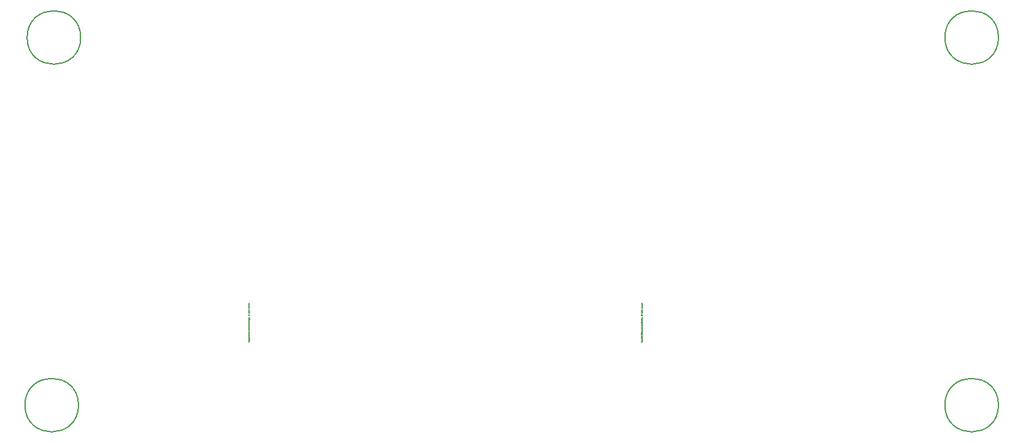
<source format=gbr>
G04 #@! TF.GenerationSoftware,KiCad,Pcbnew,(6.0.5)*
G04 #@! TF.CreationDate,2022-05-29T20:59:08-04:00*
G04 #@! TF.ProjectId,PB_16,50425f31-362e-46b6-9963-61645f706362,v1.0h*
G04 #@! TF.SameCoordinates,Original*
G04 #@! TF.FileFunction,Other,Comment*
%FSLAX46Y46*%
G04 Gerber Fmt 4.6, Leading zero omitted, Abs format (unit mm)*
G04 Created by KiCad (PCBNEW (6.0.5)) date 2022-05-29 20:59:08*
%MOMM*%
%LPD*%
G01*
G04 APERTURE LIST*
%ADD10C,0.002000*%
%ADD11C,0.150000*%
G04 APERTURE END LIST*
D10*
X162607957Y-108334433D02*
X162614004Y-108340480D01*
X162620052Y-108358623D01*
X162620052Y-108370719D01*
X162614004Y-108388861D01*
X162601909Y-108400957D01*
X162589814Y-108407004D01*
X162565623Y-108413052D01*
X162547480Y-108413052D01*
X162523290Y-108407004D01*
X162511195Y-108400957D01*
X162499100Y-108388861D01*
X162493052Y-108370719D01*
X162493052Y-108358623D01*
X162499100Y-108340480D01*
X162505147Y-108334433D01*
X162620052Y-108261861D02*
X162614004Y-108273957D01*
X162607957Y-108280004D01*
X162595861Y-108286052D01*
X162559576Y-108286052D01*
X162547480Y-108280004D01*
X162541433Y-108273957D01*
X162535385Y-108261861D01*
X162535385Y-108243719D01*
X162541433Y-108231623D01*
X162547480Y-108225576D01*
X162559576Y-108219528D01*
X162595861Y-108219528D01*
X162607957Y-108225576D01*
X162614004Y-108231623D01*
X162620052Y-108243719D01*
X162620052Y-108261861D01*
X162535385Y-108165100D02*
X162662385Y-108165100D01*
X162541433Y-108165100D02*
X162535385Y-108153004D01*
X162535385Y-108128814D01*
X162541433Y-108116719D01*
X162547480Y-108110671D01*
X162559576Y-108104623D01*
X162595861Y-108104623D01*
X162607957Y-108110671D01*
X162614004Y-108116719D01*
X162620052Y-108128814D01*
X162620052Y-108153004D01*
X162614004Y-108165100D01*
X162535385Y-108062290D02*
X162620052Y-108032052D01*
X162535385Y-108001814D02*
X162620052Y-108032052D01*
X162650290Y-108044147D01*
X162656338Y-108050195D01*
X162662385Y-108062290D01*
X162620052Y-107953433D02*
X162535385Y-107953433D01*
X162559576Y-107953433D02*
X162547480Y-107947385D01*
X162541433Y-107941338D01*
X162535385Y-107929242D01*
X162535385Y-107917147D01*
X162620052Y-107874814D02*
X162535385Y-107874814D01*
X162493052Y-107874814D02*
X162499100Y-107880861D01*
X162505147Y-107874814D01*
X162499100Y-107868766D01*
X162493052Y-107874814D01*
X162505147Y-107874814D01*
X162535385Y-107759909D02*
X162638195Y-107759909D01*
X162650290Y-107765957D01*
X162656338Y-107772004D01*
X162662385Y-107784100D01*
X162662385Y-107802242D01*
X162656338Y-107814338D01*
X162614004Y-107759909D02*
X162620052Y-107772004D01*
X162620052Y-107796195D01*
X162614004Y-107808290D01*
X162607957Y-107814338D01*
X162595861Y-107820385D01*
X162559576Y-107820385D01*
X162547480Y-107814338D01*
X162541433Y-107808290D01*
X162535385Y-107796195D01*
X162535385Y-107772004D01*
X162541433Y-107759909D01*
X162620052Y-107699433D02*
X162493052Y-107699433D01*
X162620052Y-107645004D02*
X162553528Y-107645004D01*
X162541433Y-107651052D01*
X162535385Y-107663147D01*
X162535385Y-107681290D01*
X162541433Y-107693385D01*
X162547480Y-107699433D01*
X162535385Y-107602671D02*
X162535385Y-107554290D01*
X162493052Y-107584528D02*
X162601909Y-107584528D01*
X162614004Y-107578480D01*
X162620052Y-107566385D01*
X162620052Y-107554290D01*
X162505147Y-107421242D02*
X162499100Y-107415195D01*
X162493052Y-107403100D01*
X162493052Y-107372861D01*
X162499100Y-107360766D01*
X162505147Y-107354719D01*
X162517242Y-107348671D01*
X162529338Y-107348671D01*
X162547480Y-107354719D01*
X162620052Y-107427290D01*
X162620052Y-107348671D01*
X162493052Y-107270052D02*
X162493052Y-107257957D01*
X162499100Y-107245861D01*
X162505147Y-107239814D01*
X162517242Y-107233766D01*
X162541433Y-107227719D01*
X162571671Y-107227719D01*
X162595861Y-107233766D01*
X162607957Y-107239814D01*
X162614004Y-107245861D01*
X162620052Y-107257957D01*
X162620052Y-107270052D01*
X162614004Y-107282147D01*
X162607957Y-107288195D01*
X162595861Y-107294242D01*
X162571671Y-107300290D01*
X162541433Y-107300290D01*
X162517242Y-107294242D01*
X162505147Y-107288195D01*
X162499100Y-107282147D01*
X162493052Y-107270052D01*
X162620052Y-107106766D02*
X162620052Y-107179338D01*
X162620052Y-107143052D02*
X162493052Y-107143052D01*
X162511195Y-107155147D01*
X162523290Y-107167242D01*
X162529338Y-107179338D01*
X162493052Y-106997909D02*
X162493052Y-107022100D01*
X162499100Y-107034195D01*
X162505147Y-107040242D01*
X162523290Y-107052338D01*
X162547480Y-107058385D01*
X162595861Y-107058385D01*
X162607957Y-107052338D01*
X162614004Y-107046290D01*
X162620052Y-107034195D01*
X162620052Y-107010004D01*
X162614004Y-106997909D01*
X162607957Y-106991861D01*
X162595861Y-106985814D01*
X162565623Y-106985814D01*
X162553528Y-106991861D01*
X162547480Y-106997909D01*
X162541433Y-107010004D01*
X162541433Y-107034195D01*
X162547480Y-107046290D01*
X162553528Y-107052338D01*
X162565623Y-107058385D01*
X162583766Y-106840671D02*
X162583766Y-106780195D01*
X162620052Y-106852766D02*
X162493052Y-106810433D01*
X162620052Y-106768100D01*
X162614004Y-106671338D02*
X162620052Y-106683433D01*
X162620052Y-106707623D01*
X162614004Y-106719719D01*
X162607957Y-106725766D01*
X162595861Y-106731814D01*
X162559576Y-106731814D01*
X162547480Y-106725766D01*
X162541433Y-106719719D01*
X162535385Y-106707623D01*
X162535385Y-106683433D01*
X162541433Y-106671338D01*
X162614004Y-106562480D02*
X162620052Y-106574576D01*
X162620052Y-106598766D01*
X162614004Y-106610861D01*
X162607957Y-106616909D01*
X162595861Y-106622957D01*
X162559576Y-106622957D01*
X162547480Y-106616909D01*
X162541433Y-106610861D01*
X162535385Y-106598766D01*
X162535385Y-106574576D01*
X162541433Y-106562480D01*
X162614004Y-106459671D02*
X162620052Y-106471766D01*
X162620052Y-106495957D01*
X162614004Y-106508052D01*
X162601909Y-106514100D01*
X162553528Y-106514100D01*
X162541433Y-106508052D01*
X162535385Y-106495957D01*
X162535385Y-106471766D01*
X162541433Y-106459671D01*
X162553528Y-106453623D01*
X162565623Y-106453623D01*
X162577719Y-106514100D01*
X162620052Y-106381052D02*
X162614004Y-106393147D01*
X162601909Y-106399195D01*
X162493052Y-106399195D01*
X162614004Y-106284290D02*
X162620052Y-106296385D01*
X162620052Y-106320576D01*
X162614004Y-106332671D01*
X162601909Y-106338719D01*
X162553528Y-106338719D01*
X162541433Y-106332671D01*
X162535385Y-106320576D01*
X162535385Y-106296385D01*
X162541433Y-106284290D01*
X162553528Y-106278242D01*
X162565623Y-106278242D01*
X162577719Y-106338719D01*
X162620052Y-106223814D02*
X162535385Y-106223814D01*
X162559576Y-106223814D02*
X162547480Y-106217766D01*
X162541433Y-106211719D01*
X162535385Y-106199623D01*
X162535385Y-106187528D01*
X162620052Y-106090766D02*
X162553528Y-106090766D01*
X162541433Y-106096814D01*
X162535385Y-106108909D01*
X162535385Y-106133100D01*
X162541433Y-106145195D01*
X162614004Y-106090766D02*
X162620052Y-106102861D01*
X162620052Y-106133100D01*
X162614004Y-106145195D01*
X162601909Y-106151242D01*
X162589814Y-106151242D01*
X162577719Y-106145195D01*
X162571671Y-106133100D01*
X162571671Y-106102861D01*
X162565623Y-106090766D01*
X162535385Y-106048433D02*
X162535385Y-106000052D01*
X162493052Y-106030290D02*
X162601909Y-106030290D01*
X162614004Y-106024242D01*
X162620052Y-106012147D01*
X162620052Y-106000052D01*
X162614004Y-105909338D02*
X162620052Y-105921433D01*
X162620052Y-105945623D01*
X162614004Y-105957719D01*
X162601909Y-105963766D01*
X162553528Y-105963766D01*
X162541433Y-105957719D01*
X162535385Y-105945623D01*
X162535385Y-105921433D01*
X162541433Y-105909338D01*
X162553528Y-105903290D01*
X162565623Y-105903290D01*
X162577719Y-105963766D01*
X162620052Y-105794433D02*
X162493052Y-105794433D01*
X162614004Y-105794433D02*
X162620052Y-105806528D01*
X162620052Y-105830719D01*
X162614004Y-105842814D01*
X162607957Y-105848861D01*
X162595861Y-105854909D01*
X162559576Y-105854909D01*
X162547480Y-105848861D01*
X162541433Y-105842814D01*
X162535385Y-105830719D01*
X162535385Y-105806528D01*
X162541433Y-105794433D01*
X162620052Y-105637195D02*
X162493052Y-105637195D01*
X162493052Y-105606957D01*
X162499100Y-105588814D01*
X162511195Y-105576719D01*
X162523290Y-105570671D01*
X162547480Y-105564623D01*
X162565623Y-105564623D01*
X162589814Y-105570671D01*
X162601909Y-105576719D01*
X162614004Y-105588814D01*
X162620052Y-105606957D01*
X162620052Y-105637195D01*
X162614004Y-105461814D02*
X162620052Y-105473909D01*
X162620052Y-105498100D01*
X162614004Y-105510195D01*
X162601909Y-105516242D01*
X162553528Y-105516242D01*
X162541433Y-105510195D01*
X162535385Y-105498100D01*
X162535385Y-105473909D01*
X162541433Y-105461814D01*
X162553528Y-105455766D01*
X162565623Y-105455766D01*
X162577719Y-105516242D01*
X162614004Y-105407385D02*
X162620052Y-105395290D01*
X162620052Y-105371100D01*
X162614004Y-105359004D01*
X162601909Y-105352957D01*
X162595861Y-105352957D01*
X162583766Y-105359004D01*
X162577719Y-105371100D01*
X162577719Y-105389242D01*
X162571671Y-105401338D01*
X162559576Y-105407385D01*
X162553528Y-105407385D01*
X162541433Y-105401338D01*
X162535385Y-105389242D01*
X162535385Y-105371100D01*
X162541433Y-105359004D01*
X162620052Y-105298528D02*
X162535385Y-105298528D01*
X162493052Y-105298528D02*
X162499100Y-105304576D01*
X162505147Y-105298528D01*
X162499100Y-105292480D01*
X162493052Y-105298528D01*
X162505147Y-105298528D01*
X162535385Y-105183623D02*
X162638195Y-105183623D01*
X162650290Y-105189671D01*
X162656338Y-105195719D01*
X162662385Y-105207814D01*
X162662385Y-105225957D01*
X162656338Y-105238052D01*
X162614004Y-105183623D02*
X162620052Y-105195719D01*
X162620052Y-105219909D01*
X162614004Y-105232004D01*
X162607957Y-105238052D01*
X162595861Y-105244100D01*
X162559576Y-105244100D01*
X162547480Y-105238052D01*
X162541433Y-105232004D01*
X162535385Y-105219909D01*
X162535385Y-105195719D01*
X162541433Y-105183623D01*
X162535385Y-105123147D02*
X162620052Y-105123147D01*
X162547480Y-105123147D02*
X162541433Y-105117100D01*
X162535385Y-105105004D01*
X162535385Y-105086861D01*
X162541433Y-105074766D01*
X162553528Y-105068719D01*
X162620052Y-105068719D01*
X162614004Y-105014290D02*
X162620052Y-105002195D01*
X162620052Y-104978004D01*
X162614004Y-104965909D01*
X162601909Y-104959861D01*
X162595861Y-104959861D01*
X162583766Y-104965909D01*
X162577719Y-104978004D01*
X162577719Y-104996147D01*
X162571671Y-105008242D01*
X162559576Y-105014290D01*
X162553528Y-105014290D01*
X162541433Y-105008242D01*
X162535385Y-104996147D01*
X162535385Y-104978004D01*
X162541433Y-104965909D01*
X162607957Y-104905433D02*
X162614004Y-104899385D01*
X162620052Y-104905433D01*
X162614004Y-104911480D01*
X162607957Y-104905433D01*
X162620052Y-104905433D01*
X162583766Y-104754242D02*
X162583766Y-104693766D01*
X162620052Y-104766338D02*
X162493052Y-104724004D01*
X162620052Y-104681671D01*
X162620052Y-104621195D02*
X162614004Y-104633290D01*
X162601909Y-104639338D01*
X162493052Y-104639338D01*
X162620052Y-104554671D02*
X162614004Y-104566766D01*
X162601909Y-104572814D01*
X162493052Y-104572814D01*
X162620052Y-104409528D02*
X162535385Y-104409528D01*
X162559576Y-104409528D02*
X162547480Y-104403480D01*
X162541433Y-104397433D01*
X162535385Y-104385338D01*
X162535385Y-104373242D01*
X162620052Y-104330909D02*
X162535385Y-104330909D01*
X162493052Y-104330909D02*
X162499100Y-104336957D01*
X162505147Y-104330909D01*
X162499100Y-104324861D01*
X162493052Y-104330909D01*
X162505147Y-104330909D01*
X162535385Y-104216004D02*
X162638195Y-104216004D01*
X162650290Y-104222052D01*
X162656338Y-104228100D01*
X162662385Y-104240195D01*
X162662385Y-104258338D01*
X162656338Y-104270433D01*
X162614004Y-104216004D02*
X162620052Y-104228100D01*
X162620052Y-104252290D01*
X162614004Y-104264385D01*
X162607957Y-104270433D01*
X162595861Y-104276480D01*
X162559576Y-104276480D01*
X162547480Y-104270433D01*
X162541433Y-104264385D01*
X162535385Y-104252290D01*
X162535385Y-104228100D01*
X162541433Y-104216004D01*
X162620052Y-104155528D02*
X162493052Y-104155528D01*
X162620052Y-104101100D02*
X162553528Y-104101100D01*
X162541433Y-104107147D01*
X162535385Y-104119242D01*
X162535385Y-104137385D01*
X162541433Y-104149480D01*
X162547480Y-104155528D01*
X162535385Y-104058766D02*
X162535385Y-104010385D01*
X162493052Y-104040623D02*
X162601909Y-104040623D01*
X162614004Y-104034576D01*
X162620052Y-104022480D01*
X162620052Y-104010385D01*
X162614004Y-103974100D02*
X162620052Y-103962004D01*
X162620052Y-103937814D01*
X162614004Y-103925719D01*
X162601909Y-103919671D01*
X162595861Y-103919671D01*
X162583766Y-103925719D01*
X162577719Y-103937814D01*
X162577719Y-103955957D01*
X162571671Y-103968052D01*
X162559576Y-103974100D01*
X162553528Y-103974100D01*
X162541433Y-103968052D01*
X162535385Y-103955957D01*
X162535385Y-103937814D01*
X162541433Y-103925719D01*
X162620052Y-103768480D02*
X162535385Y-103768480D01*
X162559576Y-103768480D02*
X162547480Y-103762433D01*
X162541433Y-103756385D01*
X162535385Y-103744290D01*
X162535385Y-103732195D01*
X162614004Y-103641480D02*
X162620052Y-103653576D01*
X162620052Y-103677766D01*
X162614004Y-103689861D01*
X162601909Y-103695909D01*
X162553528Y-103695909D01*
X162541433Y-103689861D01*
X162535385Y-103677766D01*
X162535385Y-103653576D01*
X162541433Y-103641480D01*
X162553528Y-103635433D01*
X162565623Y-103635433D01*
X162577719Y-103695909D01*
X162614004Y-103587052D02*
X162620052Y-103574957D01*
X162620052Y-103550766D01*
X162614004Y-103538671D01*
X162601909Y-103532623D01*
X162595861Y-103532623D01*
X162583766Y-103538671D01*
X162577719Y-103550766D01*
X162577719Y-103568909D01*
X162571671Y-103581004D01*
X162559576Y-103587052D01*
X162553528Y-103587052D01*
X162541433Y-103581004D01*
X162535385Y-103568909D01*
X162535385Y-103550766D01*
X162541433Y-103538671D01*
X162614004Y-103429814D02*
X162620052Y-103441909D01*
X162620052Y-103466100D01*
X162614004Y-103478195D01*
X162601909Y-103484242D01*
X162553528Y-103484242D01*
X162541433Y-103478195D01*
X162535385Y-103466100D01*
X162535385Y-103441909D01*
X162541433Y-103429814D01*
X162553528Y-103423766D01*
X162565623Y-103423766D01*
X162577719Y-103484242D01*
X162620052Y-103369338D02*
X162535385Y-103369338D01*
X162559576Y-103369338D02*
X162547480Y-103363290D01*
X162541433Y-103357242D01*
X162535385Y-103345147D01*
X162535385Y-103333052D01*
X162535385Y-103302814D02*
X162620052Y-103272576D01*
X162535385Y-103242338D01*
X162614004Y-103145576D02*
X162620052Y-103157671D01*
X162620052Y-103181861D01*
X162614004Y-103193957D01*
X162601909Y-103200004D01*
X162553528Y-103200004D01*
X162541433Y-103193957D01*
X162535385Y-103181861D01*
X162535385Y-103157671D01*
X162541433Y-103145576D01*
X162553528Y-103139528D01*
X162565623Y-103139528D01*
X162577719Y-103200004D01*
X162620052Y-103030671D02*
X162493052Y-103030671D01*
X162614004Y-103030671D02*
X162620052Y-103042766D01*
X162620052Y-103066957D01*
X162614004Y-103079052D01*
X162607957Y-103085100D01*
X162595861Y-103091147D01*
X162559576Y-103091147D01*
X162547480Y-103085100D01*
X162541433Y-103079052D01*
X162535385Y-103066957D01*
X162535385Y-103042766D01*
X162541433Y-103030671D01*
X162607957Y-102970195D02*
X162614004Y-102964147D01*
X162620052Y-102970195D01*
X162614004Y-102976242D01*
X162607957Y-102970195D01*
X162620052Y-102970195D01*
X108357957Y-108334433D02*
X108364004Y-108340480D01*
X108370052Y-108358623D01*
X108370052Y-108370719D01*
X108364004Y-108388861D01*
X108351909Y-108400957D01*
X108339814Y-108407004D01*
X108315623Y-108413052D01*
X108297480Y-108413052D01*
X108273290Y-108407004D01*
X108261195Y-108400957D01*
X108249100Y-108388861D01*
X108243052Y-108370719D01*
X108243052Y-108358623D01*
X108249100Y-108340480D01*
X108255147Y-108334433D01*
X108370052Y-108261861D02*
X108364004Y-108273957D01*
X108357957Y-108280004D01*
X108345861Y-108286052D01*
X108309576Y-108286052D01*
X108297480Y-108280004D01*
X108291433Y-108273957D01*
X108285385Y-108261861D01*
X108285385Y-108243719D01*
X108291433Y-108231623D01*
X108297480Y-108225576D01*
X108309576Y-108219528D01*
X108345861Y-108219528D01*
X108357957Y-108225576D01*
X108364004Y-108231623D01*
X108370052Y-108243719D01*
X108370052Y-108261861D01*
X108285385Y-108165100D02*
X108412385Y-108165100D01*
X108291433Y-108165100D02*
X108285385Y-108153004D01*
X108285385Y-108128814D01*
X108291433Y-108116719D01*
X108297480Y-108110671D01*
X108309576Y-108104623D01*
X108345861Y-108104623D01*
X108357957Y-108110671D01*
X108364004Y-108116719D01*
X108370052Y-108128814D01*
X108370052Y-108153004D01*
X108364004Y-108165100D01*
X108285385Y-108062290D02*
X108370052Y-108032052D01*
X108285385Y-108001814D02*
X108370052Y-108032052D01*
X108400290Y-108044147D01*
X108406338Y-108050195D01*
X108412385Y-108062290D01*
X108370052Y-107953433D02*
X108285385Y-107953433D01*
X108309576Y-107953433D02*
X108297480Y-107947385D01*
X108291433Y-107941338D01*
X108285385Y-107929242D01*
X108285385Y-107917147D01*
X108370052Y-107874814D02*
X108285385Y-107874814D01*
X108243052Y-107874814D02*
X108249100Y-107880861D01*
X108255147Y-107874814D01*
X108249100Y-107868766D01*
X108243052Y-107874814D01*
X108255147Y-107874814D01*
X108285385Y-107759909D02*
X108388195Y-107759909D01*
X108400290Y-107765957D01*
X108406338Y-107772004D01*
X108412385Y-107784100D01*
X108412385Y-107802242D01*
X108406338Y-107814338D01*
X108364004Y-107759909D02*
X108370052Y-107772004D01*
X108370052Y-107796195D01*
X108364004Y-107808290D01*
X108357957Y-107814338D01*
X108345861Y-107820385D01*
X108309576Y-107820385D01*
X108297480Y-107814338D01*
X108291433Y-107808290D01*
X108285385Y-107796195D01*
X108285385Y-107772004D01*
X108291433Y-107759909D01*
X108370052Y-107699433D02*
X108243052Y-107699433D01*
X108370052Y-107645004D02*
X108303528Y-107645004D01*
X108291433Y-107651052D01*
X108285385Y-107663147D01*
X108285385Y-107681290D01*
X108291433Y-107693385D01*
X108297480Y-107699433D01*
X108285385Y-107602671D02*
X108285385Y-107554290D01*
X108243052Y-107584528D02*
X108351909Y-107584528D01*
X108364004Y-107578480D01*
X108370052Y-107566385D01*
X108370052Y-107554290D01*
X108255147Y-107421242D02*
X108249100Y-107415195D01*
X108243052Y-107403100D01*
X108243052Y-107372861D01*
X108249100Y-107360766D01*
X108255147Y-107354719D01*
X108267242Y-107348671D01*
X108279338Y-107348671D01*
X108297480Y-107354719D01*
X108370052Y-107427290D01*
X108370052Y-107348671D01*
X108243052Y-107270052D02*
X108243052Y-107257957D01*
X108249100Y-107245861D01*
X108255147Y-107239814D01*
X108267242Y-107233766D01*
X108291433Y-107227719D01*
X108321671Y-107227719D01*
X108345861Y-107233766D01*
X108357957Y-107239814D01*
X108364004Y-107245861D01*
X108370052Y-107257957D01*
X108370052Y-107270052D01*
X108364004Y-107282147D01*
X108357957Y-107288195D01*
X108345861Y-107294242D01*
X108321671Y-107300290D01*
X108291433Y-107300290D01*
X108267242Y-107294242D01*
X108255147Y-107288195D01*
X108249100Y-107282147D01*
X108243052Y-107270052D01*
X108370052Y-107106766D02*
X108370052Y-107179338D01*
X108370052Y-107143052D02*
X108243052Y-107143052D01*
X108261195Y-107155147D01*
X108273290Y-107167242D01*
X108279338Y-107179338D01*
X108243052Y-106997909D02*
X108243052Y-107022100D01*
X108249100Y-107034195D01*
X108255147Y-107040242D01*
X108273290Y-107052338D01*
X108297480Y-107058385D01*
X108345861Y-107058385D01*
X108357957Y-107052338D01*
X108364004Y-107046290D01*
X108370052Y-107034195D01*
X108370052Y-107010004D01*
X108364004Y-106997909D01*
X108357957Y-106991861D01*
X108345861Y-106985814D01*
X108315623Y-106985814D01*
X108303528Y-106991861D01*
X108297480Y-106997909D01*
X108291433Y-107010004D01*
X108291433Y-107034195D01*
X108297480Y-107046290D01*
X108303528Y-107052338D01*
X108315623Y-107058385D01*
X108333766Y-106840671D02*
X108333766Y-106780195D01*
X108370052Y-106852766D02*
X108243052Y-106810433D01*
X108370052Y-106768100D01*
X108364004Y-106671338D02*
X108370052Y-106683433D01*
X108370052Y-106707623D01*
X108364004Y-106719719D01*
X108357957Y-106725766D01*
X108345861Y-106731814D01*
X108309576Y-106731814D01*
X108297480Y-106725766D01*
X108291433Y-106719719D01*
X108285385Y-106707623D01*
X108285385Y-106683433D01*
X108291433Y-106671338D01*
X108364004Y-106562480D02*
X108370052Y-106574576D01*
X108370052Y-106598766D01*
X108364004Y-106610861D01*
X108357957Y-106616909D01*
X108345861Y-106622957D01*
X108309576Y-106622957D01*
X108297480Y-106616909D01*
X108291433Y-106610861D01*
X108285385Y-106598766D01*
X108285385Y-106574576D01*
X108291433Y-106562480D01*
X108364004Y-106459671D02*
X108370052Y-106471766D01*
X108370052Y-106495957D01*
X108364004Y-106508052D01*
X108351909Y-106514100D01*
X108303528Y-106514100D01*
X108291433Y-106508052D01*
X108285385Y-106495957D01*
X108285385Y-106471766D01*
X108291433Y-106459671D01*
X108303528Y-106453623D01*
X108315623Y-106453623D01*
X108327719Y-106514100D01*
X108370052Y-106381052D02*
X108364004Y-106393147D01*
X108351909Y-106399195D01*
X108243052Y-106399195D01*
X108364004Y-106284290D02*
X108370052Y-106296385D01*
X108370052Y-106320576D01*
X108364004Y-106332671D01*
X108351909Y-106338719D01*
X108303528Y-106338719D01*
X108291433Y-106332671D01*
X108285385Y-106320576D01*
X108285385Y-106296385D01*
X108291433Y-106284290D01*
X108303528Y-106278242D01*
X108315623Y-106278242D01*
X108327719Y-106338719D01*
X108370052Y-106223814D02*
X108285385Y-106223814D01*
X108309576Y-106223814D02*
X108297480Y-106217766D01*
X108291433Y-106211719D01*
X108285385Y-106199623D01*
X108285385Y-106187528D01*
X108370052Y-106090766D02*
X108303528Y-106090766D01*
X108291433Y-106096814D01*
X108285385Y-106108909D01*
X108285385Y-106133100D01*
X108291433Y-106145195D01*
X108364004Y-106090766D02*
X108370052Y-106102861D01*
X108370052Y-106133100D01*
X108364004Y-106145195D01*
X108351909Y-106151242D01*
X108339814Y-106151242D01*
X108327719Y-106145195D01*
X108321671Y-106133100D01*
X108321671Y-106102861D01*
X108315623Y-106090766D01*
X108285385Y-106048433D02*
X108285385Y-106000052D01*
X108243052Y-106030290D02*
X108351909Y-106030290D01*
X108364004Y-106024242D01*
X108370052Y-106012147D01*
X108370052Y-106000052D01*
X108364004Y-105909338D02*
X108370052Y-105921433D01*
X108370052Y-105945623D01*
X108364004Y-105957719D01*
X108351909Y-105963766D01*
X108303528Y-105963766D01*
X108291433Y-105957719D01*
X108285385Y-105945623D01*
X108285385Y-105921433D01*
X108291433Y-105909338D01*
X108303528Y-105903290D01*
X108315623Y-105903290D01*
X108327719Y-105963766D01*
X108370052Y-105794433D02*
X108243052Y-105794433D01*
X108364004Y-105794433D02*
X108370052Y-105806528D01*
X108370052Y-105830719D01*
X108364004Y-105842814D01*
X108357957Y-105848861D01*
X108345861Y-105854909D01*
X108309576Y-105854909D01*
X108297480Y-105848861D01*
X108291433Y-105842814D01*
X108285385Y-105830719D01*
X108285385Y-105806528D01*
X108291433Y-105794433D01*
X108370052Y-105637195D02*
X108243052Y-105637195D01*
X108243052Y-105606957D01*
X108249100Y-105588814D01*
X108261195Y-105576719D01*
X108273290Y-105570671D01*
X108297480Y-105564623D01*
X108315623Y-105564623D01*
X108339814Y-105570671D01*
X108351909Y-105576719D01*
X108364004Y-105588814D01*
X108370052Y-105606957D01*
X108370052Y-105637195D01*
X108364004Y-105461814D02*
X108370052Y-105473909D01*
X108370052Y-105498100D01*
X108364004Y-105510195D01*
X108351909Y-105516242D01*
X108303528Y-105516242D01*
X108291433Y-105510195D01*
X108285385Y-105498100D01*
X108285385Y-105473909D01*
X108291433Y-105461814D01*
X108303528Y-105455766D01*
X108315623Y-105455766D01*
X108327719Y-105516242D01*
X108364004Y-105407385D02*
X108370052Y-105395290D01*
X108370052Y-105371100D01*
X108364004Y-105359004D01*
X108351909Y-105352957D01*
X108345861Y-105352957D01*
X108333766Y-105359004D01*
X108327719Y-105371100D01*
X108327719Y-105389242D01*
X108321671Y-105401338D01*
X108309576Y-105407385D01*
X108303528Y-105407385D01*
X108291433Y-105401338D01*
X108285385Y-105389242D01*
X108285385Y-105371100D01*
X108291433Y-105359004D01*
X108370052Y-105298528D02*
X108285385Y-105298528D01*
X108243052Y-105298528D02*
X108249100Y-105304576D01*
X108255147Y-105298528D01*
X108249100Y-105292480D01*
X108243052Y-105298528D01*
X108255147Y-105298528D01*
X108285385Y-105183623D02*
X108388195Y-105183623D01*
X108400290Y-105189671D01*
X108406338Y-105195719D01*
X108412385Y-105207814D01*
X108412385Y-105225957D01*
X108406338Y-105238052D01*
X108364004Y-105183623D02*
X108370052Y-105195719D01*
X108370052Y-105219909D01*
X108364004Y-105232004D01*
X108357957Y-105238052D01*
X108345861Y-105244100D01*
X108309576Y-105244100D01*
X108297480Y-105238052D01*
X108291433Y-105232004D01*
X108285385Y-105219909D01*
X108285385Y-105195719D01*
X108291433Y-105183623D01*
X108285385Y-105123147D02*
X108370052Y-105123147D01*
X108297480Y-105123147D02*
X108291433Y-105117100D01*
X108285385Y-105105004D01*
X108285385Y-105086861D01*
X108291433Y-105074766D01*
X108303528Y-105068719D01*
X108370052Y-105068719D01*
X108364004Y-105014290D02*
X108370052Y-105002195D01*
X108370052Y-104978004D01*
X108364004Y-104965909D01*
X108351909Y-104959861D01*
X108345861Y-104959861D01*
X108333766Y-104965909D01*
X108327719Y-104978004D01*
X108327719Y-104996147D01*
X108321671Y-105008242D01*
X108309576Y-105014290D01*
X108303528Y-105014290D01*
X108291433Y-105008242D01*
X108285385Y-104996147D01*
X108285385Y-104978004D01*
X108291433Y-104965909D01*
X108357957Y-104905433D02*
X108364004Y-104899385D01*
X108370052Y-104905433D01*
X108364004Y-104911480D01*
X108357957Y-104905433D01*
X108370052Y-104905433D01*
X108333766Y-104754242D02*
X108333766Y-104693766D01*
X108370052Y-104766338D02*
X108243052Y-104724004D01*
X108370052Y-104681671D01*
X108370052Y-104621195D02*
X108364004Y-104633290D01*
X108351909Y-104639338D01*
X108243052Y-104639338D01*
X108370052Y-104554671D02*
X108364004Y-104566766D01*
X108351909Y-104572814D01*
X108243052Y-104572814D01*
X108370052Y-104409528D02*
X108285385Y-104409528D01*
X108309576Y-104409528D02*
X108297480Y-104403480D01*
X108291433Y-104397433D01*
X108285385Y-104385338D01*
X108285385Y-104373242D01*
X108370052Y-104330909D02*
X108285385Y-104330909D01*
X108243052Y-104330909D02*
X108249100Y-104336957D01*
X108255147Y-104330909D01*
X108249100Y-104324861D01*
X108243052Y-104330909D01*
X108255147Y-104330909D01*
X108285385Y-104216004D02*
X108388195Y-104216004D01*
X108400290Y-104222052D01*
X108406338Y-104228100D01*
X108412385Y-104240195D01*
X108412385Y-104258338D01*
X108406338Y-104270433D01*
X108364004Y-104216004D02*
X108370052Y-104228100D01*
X108370052Y-104252290D01*
X108364004Y-104264385D01*
X108357957Y-104270433D01*
X108345861Y-104276480D01*
X108309576Y-104276480D01*
X108297480Y-104270433D01*
X108291433Y-104264385D01*
X108285385Y-104252290D01*
X108285385Y-104228100D01*
X108291433Y-104216004D01*
X108370052Y-104155528D02*
X108243052Y-104155528D01*
X108370052Y-104101100D02*
X108303528Y-104101100D01*
X108291433Y-104107147D01*
X108285385Y-104119242D01*
X108285385Y-104137385D01*
X108291433Y-104149480D01*
X108297480Y-104155528D01*
X108285385Y-104058766D02*
X108285385Y-104010385D01*
X108243052Y-104040623D02*
X108351909Y-104040623D01*
X108364004Y-104034576D01*
X108370052Y-104022480D01*
X108370052Y-104010385D01*
X108364004Y-103974100D02*
X108370052Y-103962004D01*
X108370052Y-103937814D01*
X108364004Y-103925719D01*
X108351909Y-103919671D01*
X108345861Y-103919671D01*
X108333766Y-103925719D01*
X108327719Y-103937814D01*
X108327719Y-103955957D01*
X108321671Y-103968052D01*
X108309576Y-103974100D01*
X108303528Y-103974100D01*
X108291433Y-103968052D01*
X108285385Y-103955957D01*
X108285385Y-103937814D01*
X108291433Y-103925719D01*
X108370052Y-103768480D02*
X108285385Y-103768480D01*
X108309576Y-103768480D02*
X108297480Y-103762433D01*
X108291433Y-103756385D01*
X108285385Y-103744290D01*
X108285385Y-103732195D01*
X108364004Y-103641480D02*
X108370052Y-103653576D01*
X108370052Y-103677766D01*
X108364004Y-103689861D01*
X108351909Y-103695909D01*
X108303528Y-103695909D01*
X108291433Y-103689861D01*
X108285385Y-103677766D01*
X108285385Y-103653576D01*
X108291433Y-103641480D01*
X108303528Y-103635433D01*
X108315623Y-103635433D01*
X108327719Y-103695909D01*
X108364004Y-103587052D02*
X108370052Y-103574957D01*
X108370052Y-103550766D01*
X108364004Y-103538671D01*
X108351909Y-103532623D01*
X108345861Y-103532623D01*
X108333766Y-103538671D01*
X108327719Y-103550766D01*
X108327719Y-103568909D01*
X108321671Y-103581004D01*
X108309576Y-103587052D01*
X108303528Y-103587052D01*
X108291433Y-103581004D01*
X108285385Y-103568909D01*
X108285385Y-103550766D01*
X108291433Y-103538671D01*
X108364004Y-103429814D02*
X108370052Y-103441909D01*
X108370052Y-103466100D01*
X108364004Y-103478195D01*
X108351909Y-103484242D01*
X108303528Y-103484242D01*
X108291433Y-103478195D01*
X108285385Y-103466100D01*
X108285385Y-103441909D01*
X108291433Y-103429814D01*
X108303528Y-103423766D01*
X108315623Y-103423766D01*
X108327719Y-103484242D01*
X108370052Y-103369338D02*
X108285385Y-103369338D01*
X108309576Y-103369338D02*
X108297480Y-103363290D01*
X108291433Y-103357242D01*
X108285385Y-103345147D01*
X108285385Y-103333052D01*
X108285385Y-103302814D02*
X108370052Y-103272576D01*
X108285385Y-103242338D01*
X108364004Y-103145576D02*
X108370052Y-103157671D01*
X108370052Y-103181861D01*
X108364004Y-103193957D01*
X108351909Y-103200004D01*
X108303528Y-103200004D01*
X108291433Y-103193957D01*
X108285385Y-103181861D01*
X108285385Y-103157671D01*
X108291433Y-103145576D01*
X108303528Y-103139528D01*
X108315623Y-103139528D01*
X108327719Y-103200004D01*
X108370052Y-103030671D02*
X108243052Y-103030671D01*
X108364004Y-103030671D02*
X108370052Y-103042766D01*
X108370052Y-103066957D01*
X108364004Y-103079052D01*
X108357957Y-103085100D01*
X108345861Y-103091147D01*
X108309576Y-103091147D01*
X108297480Y-103085100D01*
X108291433Y-103079052D01*
X108285385Y-103066957D01*
X108285385Y-103042766D01*
X108291433Y-103030671D01*
X108357957Y-102970195D02*
X108364004Y-102964147D01*
X108370052Y-102970195D01*
X108364004Y-102976242D01*
X108357957Y-102970195D01*
X108370052Y-102970195D01*
D11*
X211827600Y-117118600D02*
G75*
G03*
X211827600Y-117118600I-3700000J0D01*
G01*
X211827600Y-66318600D02*
G75*
G03*
X211827600Y-66318600I-3700000J0D01*
G01*
X84827600Y-117118600D02*
G75*
G03*
X84827600Y-117118600I-3700000J0D01*
G01*
X85127600Y-66318600D02*
G75*
G03*
X85127600Y-66318600I-3700000J0D01*
G01*
M02*

</source>
